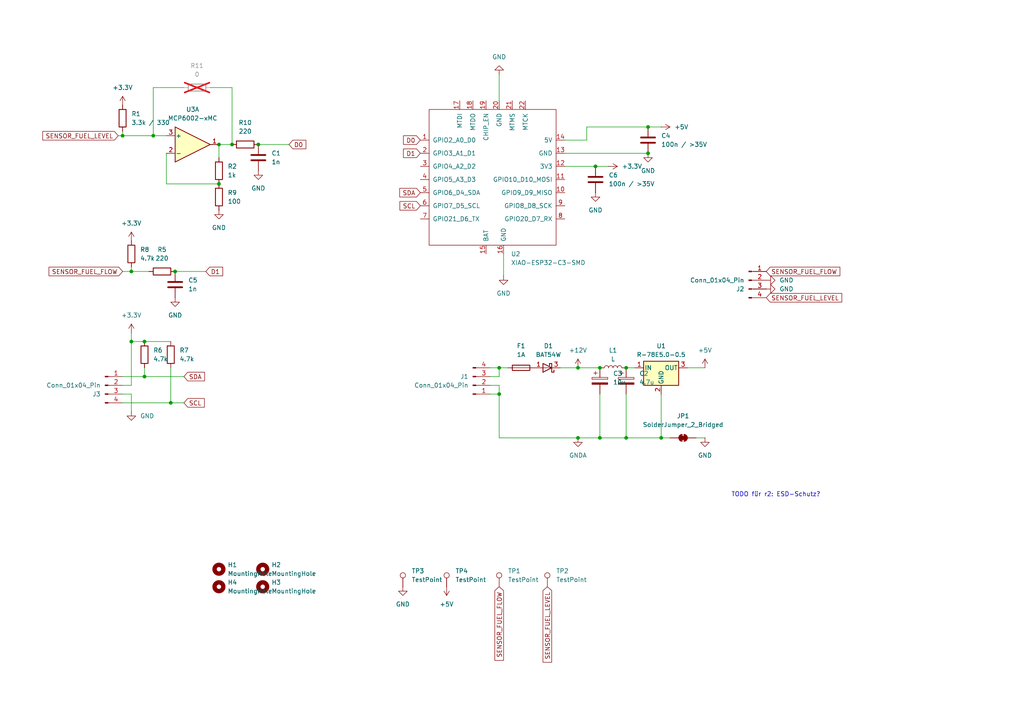
<source format=kicad_sch>
(kicad_sch (version 20250114) (generator "eeschema") (generator_version "9.0")
  (paper "A4")
  (lib_symbols
    (symbol "Amplifier_Operational:MCP6002-xMC" (pin_names (offset 0.127))
      (property "Reference" "U" (at 0 5.08 0))
      (property "Value" "MCP6002-xMC" (at 0 -5.08 0))
      (symbol "MCP6002-xMC_1_1"
        (polyline (pts (xy -5.08 5.08) (xy 5.08 0) (xy -5.08 -5.08) (xy -5.08 5.08)) (stroke (width 0.254)) (fill (type background)))
        (pin input line (at -7.62 2.54 0) (length 2.54) (name "+") (number "3"))
        (pin input line (at -7.62 -2.54 0) (length 2.54) (name "-") (number "2"))
        (pin output line (at 7.62 0 180) (length 2.54) (name "~") (number "1"))
      )
      (symbol "MCP6002-xMC_2_1"
        (polyline (pts (xy -5.08 5.08) (xy 5.08 0) (xy -5.08 -5.08) (xy -5.08 5.08)) (stroke (width 0.254)) (fill (type background)))
        (pin input line (at -7.62 2.54 0) (length 2.54) (name "+") (number "5"))
        (pin input line (at -7.62 -2.54 0) (length 2.54) (name "-") (number "6"))
        (pin output line (at 7.62 0 180) (length 2.54) (name "~") (number "7"))
      )
      (symbol "MCP6002-xMC_3_1"
        (pin power_in line (at -2.54 7.62 270) (length 3.81) (name "V+") (number "8"))
        (pin power_in line (at -2.54 -7.62 90) (length 3.81) (name "V-") (number "4"))
        (pin passive line (at -2.54 -7.62 90) (length 3.81) (hide yes) (name "V-") (number "9"))
      )
    )
    (symbol "Connector:Conn_01x04_Pin" (pin_names (offset 1.016) (hide yes))
      (property "Reference" "J" (at 0 5.08 0))
      (property "Value" "Conn_01x04_Pin" (at 0 -7.62 0))
      (symbol "Conn_01x04_Pin_1_1"
        (rectangle (start 0.8636 2.667) (end 0 2.413) (stroke (width 0.1524)) (fill (type outline)))
        (rectangle (start 0.8636 0.127) (end 0 -0.127) (stroke (width 0.1524)) (fill (type outline)))
        (rectangle (start 0.8636 -2.413) (end 0 -2.667) (stroke (width 0.1524)) (fill (type outline)))
        (rectangle (start 0.8636 -4.953) (end 0 -5.207) (stroke (width 0.1524)) (fill (type outline)))
        (polyline (pts (xy 1.27 2.54) (xy 0.8636 2.54)) (stroke (width 0.1524)))
        (polyline (pts (xy 1.27 0) (xy 0.8636 0)) (stroke (width 0.1524)))
        (polyline (pts (xy 1.27 -2.54) (xy 0.8636 -2.54)) (stroke (width 0.1524)))
        (polyline (pts (xy 1.27 -5.08) (xy 0.8636 -5.08)) (stroke (width 0.1524)))
        (pin passive line (at 5.08 2.54 180) (length 3.81) (name "Pin_1") (number "1"))
        (pin passive line (at 5.08 0 180) (length 3.81) (name "Pin_2") (number "2"))
        (pin passive line (at 5.08 -2.54 180) (length 3.81) (name "Pin_3") (number "3"))
        (pin passive line (at 5.08 -5.08 180) (length 3.81) (name "Pin_4") (number "4"))
      )
    )
    (symbol "Connector:TestPoint" (pin_numbers (hide yes)) (pin_names (offset 0.762) (hide yes))
      (property "Reference" "TP" (at 0 6.858 0))
      (property "Value" "TestPoint" (at 0 5.08 0))
      (symbol "TestPoint_0_1"
        (circle (center 0 3.302) (radius 0.762))
      )
      (symbol "TestPoint_1_1"
        (pin passive line (at 0 0 90) (length 2.54) (name "1") (number "1"))
      )
    )
    (symbol "Device:C" (pin_numbers (hide yes)) (pin_names (offset 0.254))
      (property "Reference" "C" (at 0.635 2.54 0))
      (property "Value" "C" (at 0.635 -2.54 0))
      (symbol "C_0_1"
        (polyline (pts (xy -2.032 0.762) (xy 2.032 0.762)) (stroke (width 0.508)))
        (polyline (pts (xy -2.032 -0.762) (xy 2.032 -0.762)) (stroke (width 0.508)))
      )
      (symbol "C_1_1"
        (pin passive line (at 0 3.81 270) (length 2.794) (name "~") (number "1"))
        (pin passive line (at 0 -3.81 90) (length 2.794) (name "~") (number "2"))
      )
    )
    (symbol "Device:C_Polarized" (pin_numbers (hide yes)) (pin_names (offset 0.254))
      (property "Reference" "C" (at 0.635 2.54 0))
      (property "Value" "C_Polarized" (at 0.635 -2.54 0))
      (symbol "C_Polarized_0_1"
        (rectangle (start -2.286 0.508) (end 2.286 1.016))
        (polyline (pts (xy -1.778 2.286) (xy -0.762 2.286)))
        (polyline (pts (xy -1.27 2.794) (xy -1.27 1.778)))
        (rectangle (start 2.286 -0.508) (end -2.286 -1.016) (fill (type outline)))
      )
      (symbol "C_Polarized_1_1"
        (pin passive line (at 0 3.81 270) (length 2.794) (name "~") (number "1"))
        (pin passive line (at 0 -3.81 90) (length 2.794) (name "~") (number "2"))
      )
    )
    (symbol "Device:Fuse" (pin_numbers (hide yes)) (pin_names (offset 0))
      (property "Reference" "F" (at 2.032 0 90))
      (property "Value" "Fuse" (at -1.905 0 90))
      (symbol "Fuse_0_1"
        (rectangle (start -0.762 -2.54) (end 0.762 2.54) (stroke (width 0.254)))
        (polyline (pts (xy 0 2.54) (xy 0 -2.54)))
      )
      (symbol "Fuse_1_1"
        (pin passive line (at 0 3.81 270) (length 1.27) (name "~") (number "1"))
        (pin passive line (at 0 -3.81 90) (length 1.27) (name "~") (number "2"))
      )
    )
    (symbol "Device:L" (pin_numbers (hide yes)) (pin_names (offset 1.016) (hide yes))
      (property "Reference" "L" (at -1.27 0 90))
      (property "Value" "L" (at 1.905 0 90))
      (symbol "L_0_1"
        (arc (start 0 2.54) (mid 0.6323 1.905) (end 0 1.27))
        (arc (start 0 1.27) (mid 0.6323 0.635) (end 0 0))
        (arc (start 0 0) (mid 0.6323 -0.635) (end 0 -1.27))
        (arc (start 0 -1.27) (mid 0.6323 -1.905) (end 0 -2.54))
      )
      (symbol "L_1_1"
        (pin passive line (at 0 3.81 270) (length 1.27) (name "1") (number "1"))
        (pin passive line (at 0 -3.81 90) (length 1.27) (name "2") (number "2"))
      )
    )
    (symbol "Device:R" (pin_numbers (hide yes)) (pin_names (offset 0))
      (property "Reference" "R" (at 2.032 0 90))
      (property "Value" "R" (at 0 0 90))
      (symbol "R_0_1"
        (rectangle (start -1.016 -2.54) (end 1.016 2.54) (stroke (width 0.254)))
      )
      (symbol "R_1_1"
        (pin passive line (at 0 3.81 270) (length 1.27) (name "~") (number "1"))
        (pin passive line (at 0 -3.81 90) (length 1.27) (name "~") (number "2"))
      )
    )
    (symbol "Diode:BAT54W" (pin_names (offset 1.016) (hide yes))
      (property "Reference" "D" (at 0 2.54 0))
      (property "Value" "BAT54W" (at 0 -2.54 0))
      (symbol "BAT54W_0_1"
        (polyline (pts (xy -1.905 0.635) (xy -1.905 1.27) (xy -1.27 1.27) (xy -1.27 -1.27) (xy -0.635 -1.27) (xy -0.635 -0.635)) (stroke (width 0.254)))
        (polyline (pts (xy 1.27 1.27) (xy 1.27 -1.27) (xy -1.27 0) (xy 1.27 1.27)) (stroke (width 0.254)))
        (polyline (pts (xy 1.27 0) (xy -1.27 0)))
      )
      (symbol "BAT54W_1_1"
        (pin passive line (at -3.81 0 0) (length 2.54) (name "K") (number "3"))
        (pin no_connect line (at 0 0 90) (length 2.54) (hide yes) (name "NC") (number "2"))
        (pin passive line (at 3.81 0 180) (length 2.54) (name "A") (number "1"))
      )
    )
    (symbol "Jumper:SolderJumper_2_Bridged" (pin_numbers (hide yes)) (pin_names (offset 0) (hide yes)) (in_bom no)
      (property "Reference" "JP" (at 0 2.032 0))
      (property "Value" "SolderJumper_2_Bridged" (at 0 -2.54 0))
      (symbol "SolderJumper_2_Bridged_0_1"
        (rectangle (start -0.508 0.508) (end 0.508 -0.508) (fill (type outline)))
        (polyline (pts (xy -0.254 1.016) (xy -0.254 -1.016)))
        (arc (start -0.254 -1.016) (mid -1.2656 0) (end -0.254 1.016))
        (arc (start -0.254 -1.016) (mid -1.2656 0) (end -0.254 1.016) (fill (type outline)))
        (arc (start 0.254 1.016) (mid 1.2656 0) (end 0.254 -1.016))
        (arc (start 0.254 1.016) (mid 1.2656 0) (end 0.254 -1.016) (fill (type outline)))
        (polyline (pts (xy 0.254 1.016) (xy 0.254 -1.016)))
      )
      (symbol "SolderJumper_2_Bridged_1_1"
        (pin passive line (at -3.81 0 0) (length 2.54) (name "A") (number "1"))
        (pin passive line (at 3.81 0 180) (length 2.54) (name "B") (number "2"))
      )
    )
    (symbol "Mechanical:MountingHole" (pin_names (offset 1.016)) (in_bom no)
      (property "Reference" "H" (at 0 5.08 0))
      (property "Value" "MountingHole" (at 0 3.175 0))
      (symbol "MountingHole_0_1"
        (circle (center 0 0) (radius 1.27) (stroke (width 1.27)))
      )
    )
    (symbol "Regulator_Switching:R-78E5.0-0.5" (pin_names (offset 0.254))
      (property "Reference" "U" (at -3.81 3.175 0))
      (property "Value" "R-78E5.0-0.5" (at 0 3.175 0))
      (symbol "R-78E5.0-0.5_0_1"
        (rectangle (start -5.08 1.905) (end 5.08 -5.08) (stroke (width 0.254)) (fill (type background)))
      )
      (symbol "R-78E5.0-0.5_1_1"
        (pin power_in line (at -7.62 0 0) (length 2.54) (name "IN") (number "1"))
        (pin power_in line (at 0 -7.62 90) (length 2.54) (name "GND") (number "2"))
        (pin power_out line (at 7.62 0 180) (length 2.54) (name "OUT") (number "3"))
      )
    )
    (symbol "Seeed_Studio_XIAO_Series:XIAO-ESP32-C3-SMD" (pin_names (offset 1.016))
      (property "Reference" "U" (at -18.542 23.114 0))
      (property "Value" "XIAO-ESP32-C3-SMD" (at -8.382 21.336 0))
      (symbol "XIAO-ESP32-C3-SMD_0_1"
        (rectangle (start -19.05 20.32) (end 17.78 -19.05))
      )
      (symbol "XIAO-ESP32-C3-SMD_1_1"
        (pin passive line (at -21.59 11.43 0) (length 2.54) (name "GPIO2_A0_D0") (number "1"))
        (pin passive line (at -21.59 7.62 0) (length 2.54) (name "GPIO3_A1_D1") (number "2"))
        (pin passive line (at -21.59 3.81 0) (length 2.54) (name "GPIO4_A2_D2") (number "3"))
        (pin passive line (at -21.59 0 0) (length 2.54) (name "GPIO5_A3_D3") (number "4"))
        (pin passive line (at -21.59 -3.81 0) (length 2.54) (name "GPIO6_D4_SDA") (number "5"))
        (pin passive line (at -21.59 -7.62 0) (length 2.54) (name "GPIO7_D5_SCL") (number "6"))
        (pin passive line (at -21.59 -11.43 0) (length 2.54) (name "GPIO21_D6_TX") (number "7"))
        (pin passive line (at -10.16 22.86 270) (length 2.54) (name "MTDI") (number "17"))
        (pin passive line (at -6.35 22.86 270) (length 2.54) (name "MTDO") (number "18"))
        (pin passive line (at -2.54 22.86 270) (length 2.54) (name "CHIP_EN") (number "19"))
        (pin passive line (at -2.54 -21.59 90) (length 2.54) (name "BAT") (number "15"))
        (pin passive line (at 1.27 22.86 270) (length 2.54) (name "GND") (number "20"))
        (pin passive line (at 2.54 -21.59 90) (length 2.54) (name "GND") (number "16"))
        (pin passive line (at 5.08 22.86 270) (length 2.54) (name "MTMS") (number "21"))
        (pin passive line (at 8.89 22.86 270) (length 2.54) (name "MTCK") (number "22"))
        (pin passive line (at 20.32 11.43 180) (length 2.54) (name "5V") (number "14"))
        (pin passive line (at 20.32 7.62 180) (length 2.54) (name "GND") (number "13"))
        (pin passive line (at 20.32 3.81 180) (length 2.54) (name "3V3") (number "12"))
        (pin passive line (at 20.32 0 180) (length 2.54) (name "GPIO10_D10_MOSI") (number "11"))
        (pin passive line (at 20.32 -3.81 180) (length 2.54) (name "GPIO9_D9_MISO") (number "10"))
        (pin passive line (at 20.32 -7.62 180) (length 2.54) (name "GPIO8_D8_SCK") (number "9"))
        (pin passive line (at 20.32 -11.43 180) (length 2.54) (name "GPIO20_D7_RX") (number "8"))
      )
    )
    (symbol "power:+12V" (power) (pin_numbers (hide yes)) (pin_names (offset 0) (hide yes))
      (property "Value" "+12V" (at 0 3.556 0))
      (symbol "+12V_0_1"
        (polyline (pts (xy -0.762 1.27) (xy 0 2.54)))
        (polyline (pts (xy 0 2.54) (xy 0.762 1.27)))
        (polyline (pts (xy 0 0) (xy 0 2.54)))
      )
      (symbol "+12V_1_1"
        (pin power_in line (at 0 0 90) (length 0) (name "~") (number "1"))
      )
    )
    (symbol "power:+3.3V" (power) (pin_numbers (hide yes)) (pin_names (offset 0) (hide yes))
      (property "Value" "+3.3V" (at 0 3.556 0))
      (symbol "+3.3V_0_1"
        (polyline (pts (xy -0.762 1.27) (xy 0 2.54)))
        (polyline (pts (xy 0 2.54) (xy 0.762 1.27)))
        (polyline (pts (xy 0 0) (xy 0 2.54)))
      )
      (symbol "+3.3V_1_1"
        (pin power_in line (at 0 0 90) (length 0) (name "~") (number "1"))
      )
    )
    (symbol "power:+5V" (power) (pin_numbers (hide yes)) (pin_names (offset 0) (hide yes))
      (property "Value" "+5V" (at 0 3.556 0))
      (symbol "+5V_0_1"
        (polyline (pts (xy -0.762 1.27) (xy 0 2.54)))
        (polyline (pts (xy 0 2.54) (xy 0.762 1.27)))
        (polyline (pts (xy 0 0) (xy 0 2.54)))
      )
      (symbol "+5V_1_1"
        (pin power_in line (at 0 0 90) (length 0) (name "~") (number "1"))
      )
    )
    (symbol "power:GND" (power) (pin_numbers (hide yes)) (pin_names (offset 0) (hide yes))
      (property "Value" "GND" (at 0 -3.81 0))
      (symbol "GND_0_1"
        (polyline (pts (xy 0 0) (xy 0 -1.27) (xy 1.27 -1.27) (xy 0 -2.54) (xy -1.27 -1.27) (xy 0 -1.27)))
      )
      (symbol "GND_1_1"
        (pin power_in line (at 0 0 270) (length 0) (name "~") (number "1"))
      )
    )
    (symbol "power:GNDA" (power) (pin_numbers (hide yes)) (pin_names (offset 0) (hide yes))
      (property "Value" "GNDA" (at 0 -3.81 0))
      (symbol "GNDA_0_1"
        (polyline (pts (xy 0 0) (xy 0 -1.27) (xy 1.27 -1.27) (xy 0 -2.54) (xy -1.27 -1.27) (xy 0 -1.27)))
      )
      (symbol "GNDA_1_1"
        (pin power_in line (at 0 0 270) (length 0) (name "~") (number "1"))
      )
    )
  )
  (text "TODO für r2: ESD-Schutz?" (at 225.044 143.51 0) (effects (font (size 1.27 1.27))))
  (junction (at 49.53 116.84))
  (junction (at 167.64 127))
  (junction (at 187.96 44.45))
  (junction (at 181.61 106.68))
  (junction (at 167.64 106.68))
  (junction (at 50.8 78.74))
  (junction (at 181.61 127))
  (junction (at 35.56 39.37))
  (junction (at 63.5 41.91))
  (junction (at 63.5 53.34))
  (junction (at 44.45 39.37))
  (junction (at 173.99 127))
  (junction (at 67.31 41.91))
  (junction (at 172.72 48.26))
  (junction (at 173.99 106.68))
  (junction (at 41.91 109.22))
  (junction (at 144.78 114.3))
  (junction (at 41.91 99.06))
  (junction (at 144.78 106.68))
  (junction (at 191.77 127))
  (junction (at 38.1 78.74))
  (junction (at 74.93 41.91))
  (junction (at 187.96 36.83))
  (junction (at 38.1 99.06))
  (wire (pts (xy 173.99 114.3) (xy 173.99 127)))
  (wire (pts (xy 163.83 44.45) (xy 187.96 44.45)))
  (wire (pts (xy 41.91 106.68) (xy 41.91 109.22)))
  (wire (pts (xy 176.53 48.26) (xy 172.72 48.26)))
  (wire (pts (xy 49.53 106.68) (xy 49.53 116.84)))
  (wire (pts (xy 35.56 78.74) (xy 38.1 78.74)))
  (wire (pts (xy 44.45 39.37) (xy 44.45 25.4)))
  (wire (pts (xy 41.91 99.06) (xy 49.53 99.06)))
  (wire (pts (xy 172.72 48.26) (xy 163.83 48.26)))
  (wire (pts (xy 48.26 44.45) (xy 48.26 53.34)))
  (wire (pts (xy 170.18 40.64) (xy 163.83 40.64)))
  (wire (pts (xy 167.64 127) (xy 173.99 127)))
  (wire (pts (xy 49.53 116.84) (xy 53.34 116.84)))
  (wire (pts (xy 35.56 38.1) (xy 35.56 39.37)))
  (wire (pts (xy 67.31 25.4) (xy 67.31 41.91)))
  (wire (pts (xy 38.1 77.47) (xy 38.1 78.74)))
  (wire (pts (xy 38.1 78.74) (xy 43.18 78.74)))
  (wire (pts (xy 142.24 109.22) (xy 144.78 109.22)))
  (wire (pts (xy 170.18 36.83) (xy 170.18 40.64)))
  (wire (pts (xy 35.56 111.76) (xy 38.1 111.76)))
  (wire (pts (xy 38.1 96.52) (xy 38.1 99.06)))
  (wire (pts (xy 35.56 109.22) (xy 41.91 109.22)))
  (wire (pts (xy 144.78 21.59) (xy 144.78 29.21)))
  (wire (pts (xy 144.78 127) (xy 167.64 127)))
  (wire (pts (xy 38.1 99.06) (xy 38.1 111.76)))
  (wire (pts (xy 191.77 127) (xy 194.31 127)))
  (wire (pts (xy 181.61 114.3) (xy 181.61 127)))
  (wire (pts (xy 142.24 106.68) (xy 144.78 106.68)))
  (wire (pts (xy 187.96 36.83) (xy 191.77 36.83)))
  (wire (pts (xy 167.64 106.68) (xy 173.99 106.68)))
  (wire (pts (xy 44.45 25.4) (xy 53.34 25.4)))
  (wire (pts (xy 35.56 116.84) (xy 49.53 116.84)))
  (wire (pts (xy 181.61 127) (xy 191.77 127)))
  (wire (pts (xy 63.5 41.91) (xy 63.5 45.72)))
  (wire (pts (xy 142.24 114.3) (xy 144.78 114.3)))
  (wire (pts (xy 173.99 127) (xy 181.61 127)))
  (wire (pts (xy 44.45 39.37) (xy 48.26 39.37)))
  (wire (pts (xy 162.56 106.68) (xy 167.64 106.68)))
  (wire (pts (xy 63.5 41.91) (xy 67.31 41.91)))
  (wire (pts (xy 41.91 109.22) (xy 53.34 109.22)))
  (wire (pts (xy 34.29 39.37) (xy 35.56 39.37)))
  (wire (pts (xy 48.26 53.34) (xy 63.5 53.34)))
  (wire (pts (xy 50.8 78.74) (xy 59.69 78.74)))
  (wire (pts (xy 144.78 109.22) (xy 144.78 106.68)))
  (wire (pts (xy 144.78 106.68) (xy 147.32 106.68)))
  (wire (pts (xy 146.05 73.66) (xy 146.05 80.01)))
  (wire (pts (xy 170.18 36.83) (xy 187.96 36.83)))
  (wire (pts (xy 144.78 127) (xy 144.78 114.3)))
  (wire (pts (xy 74.93 41.91) (xy 83.82 41.91)))
  (wire (pts (xy 181.61 106.68) (xy 184.15 106.68)))
  (wire (pts (xy 191.77 114.3) (xy 191.77 127)))
  (wire (pts (xy 199.39 106.68) (xy 204.47 106.68)))
  (wire (pts (xy 35.56 39.37) (xy 44.45 39.37)))
  (wire (pts (xy 144.78 111.76) (xy 144.78 114.3)))
  (wire (pts (xy 60.96 25.4) (xy 67.31 25.4)))
  (wire (pts (xy 38.1 114.3) (xy 35.56 114.3)))
  (wire (pts (xy 38.1 119.38) (xy 38.1 114.3)))
  (wire (pts (xy 204.47 127) (xy 201.93 127)))
  (wire (pts (xy 38.1 99.06) (xy 41.91 99.06)))
  (wire (pts (xy 142.24 111.76) (xy 144.78 111.76)))
  (global_label "SDA" (shape input) (at 121.92 55.88 180) (property "Intersheetrefs" "${INTERSHEET_REFS}" (effects (hide yes))))
  (global_label "D1" (shape input) (at 121.92 44.45 180) (property "Intersheetrefs" "${INTERSHEET_REFS}" (effects (hide yes))))
  (global_label "D0" (shape input) (at 121.92 40.64 180) (property "Intersheetrefs" "${INTERSHEET_REFS}" (effects (hide yes))))
  (global_label "D0" (shape input) (at 83.82 41.91 0) (property "Intersheetrefs" "${INTERSHEET_REFS}" (effects (hide yes))))
  (global_label "SENSOR_FUEL_LEVEL" (shape input) (at 34.29 39.37 180) (property "Intersheetrefs" "${INTERSHEET_REFS}" (effects (hide yes))))
  (global_label "D1" (shape input) (at 59.69 78.74 0) (property "Intersheetrefs" "${INTERSHEET_REFS}" (effects (hide yes))))
  (global_label "SENSOR_FUEL_LEVEL" (shape input) (at 222.25 86.36 0) (property "Intersheetrefs" "${INTERSHEET_REFS}" (effects (hide yes))))
  (global_label "SENSOR_FUEL_LEVEL" (shape input) (at 158.75 170.18 270) (property "Intersheetrefs" "${INTERSHEET_REFS}" (effects (hide yes))))
  (global_label "SCL" (shape input) (at 53.34 116.84 0) (property "Intersheetrefs" "${INTERSHEET_REFS}" (effects (hide yes))))
  (global_label "SCL" (shape input) (at 121.92 59.69 180) (property "Intersheetrefs" "${INTERSHEET_REFS}" (effects (hide yes))))
  (global_label "SENSOR_FUEL_FLOW" (shape input) (at 35.56 78.74 180) (property "Intersheetrefs" "${INTERSHEET_REFS}" (effects (hide yes))))
  (global_label "SENSOR_FUEL_FLOW" (shape input) (at 222.25 78.74 0) (property "Intersheetrefs" "${INTERSHEET_REFS}" (effects (hide yes))))
  (global_label "SENSOR_FUEL_FLOW" (shape input) (at 144.78 170.18 270) (property "Intersheetrefs" "${INTERSHEET_REFS}" (effects (hide yes))))
  (global_label "SDA" (shape input) (at 53.34 109.22 0) (property "Intersheetrefs" "${INTERSHEET_REFS}" (effects (hide yes))))
  (symbol (lib_id "Device:R") (at 63.5 49.53 0) (unit 1)
    (property "Reference" "R2" (at 66.04 48.2599 0) (effects (justify left)))
    (property "Value" "1k" (at 66.04 50.7999 0) (effects (justify left)))
    (property "Footprint" "Resistor_SMD:R_0805_2012Metric_Pad1.20x1.40mm_HandSolder" (effects (hide yes)))
    (property "Description" "Resistor" (effects (hide yes)))
  )
  (symbol (lib_id "power:GND") (at 187.96 44.45 0) (unit 1)
    (property "Reference" "#PWR05" (effects (hide yes)))
    (property "Value" "GND" (at 187.96 49.53 0))
    (property "Description" "Power symbol creates a global label with name \"GND\" , ground" (effects (hide yes)))
  )
  (symbol (lib_id "power:+3.3V") (at 38.1 69.85 0) (unit 1)
    (property "Reference" "#PWR024" (effects (hide yes)))
    (property "Value" "+3.3V" (at 38.1 64.77 0))
    (property "Description" "Power symbol creates a global label with name \"+3.3V\"" (effects (hide yes)))
  )
  (symbol (lib_id "Device:C") (at 74.93 45.72 0) (unit 1)
    (property "Reference" "C1" (at 78.74 44.4499 0) (effects (justify left)))
    (property "Value" "1n" (at 78.74 46.9899 0) (effects (justify left)))
    (property "Footprint" "Capacitor_SMD:C_0805_2012Metric_Pad1.18x1.45mm_HandSolder" (effects (hide yes)))
    (property "Description" "Unpolarized capacitor" (effects (hide yes)))
  )
  (symbol (lib_id "power:GND") (at 144.78 21.59 180) (unit 1)
    (property "Reference" "#PWR03" (effects (hide yes)))
    (property "Value" "GND" (at 144.78 16.51 0))
    (property "Description" "Power symbol creates a global label with name \"GND\" , ground" (effects (hide yes)))
  )
  (symbol (lib_id "power:GND") (at 222.25 83.82 90) (unit 1)
    (property "Reference" "#PWR06" (effects (hide yes)))
    (property "Value" "GND" (at 226.06 83.8199 90) (effects (justify right)))
    (property "Description" "Power symbol creates a global label with name \"GND\" , ground" (effects (hide yes)))
  )
  (symbol (lib_id "Jumper:SolderJumper_2_Bridged") (at 198.12 127 0) (unit 1) (in_bom no)
    (property "Reference" "JP1" (at 198.12 120.65 0))
    (property "Value" "SolderJumper_2_Bridged" (at 198.12 123.19 0))
    (property "Footprint" "Jumper:SolderJumper-2_P1.3mm_Bridged2Bar_Pad1.0x1.5mm" (effects (hide yes)))
    (property "Description" "Solder Jumper, 2-pole, closed/bridged" (effects (hide yes)))
  )
  (symbol (lib_id "Connector:TestPoint") (at 116.84 170.18 0) (unit 1)
    (property "Reference" "TP3" (at 119.38 165.6079 0) (effects (justify left)))
    (property "Value" "TestPoint" (at 119.38 168.1479 0) (effects (justify left)))
    (property "Footprint" "TestPoint:TestPoint_Pad_D1.0mm" (effects (hide yes)))
    (property "Description" "test point" (effects (hide yes)))
  )
  (symbol (lib_id "Device:C_Polarized") (at 181.61 110.49 0) (unit 1)
    (property "Reference" "C2" (at 185.42 108.3309 0) (effects (justify left)))
    (property "Value" "4.7u" (at 185.42 110.8709 0) (effects (justify left)))
    (property "Footprint" "Capacitor_THT:CP_Radial_D5.0mm_P2.00mm" (effects (hide yes)))
    (property "Description" "Polarized capacitor" (effects (hide yes)))
  )
  (symbol (lib_id "power:+5V") (at 191.77 36.83 270) (unit 1)
    (property "Reference" "#PWR01" (effects (hide yes)))
    (property "Value" "+5V" (at 195.58 36.8299 90) (effects (justify left)))
    (property "Description" "Power symbol creates a global label with name \"+5V\"" (effects (hide yes)))
  )
  (symbol (lib_id "power:GND") (at 50.8 86.36 0) (unit 1)
    (property "Reference" "#PWR09" (effects (hide yes)))
    (property "Value" "GND" (at 50.8 91.44 0))
    (property "Description" "Power symbol creates a global label with name \"GND\" , ground" (effects (hide yes)))
  )
  (symbol (lib_id "Device:C_Polarized") (at 173.99 110.49 0) (unit 1)
    (property "Reference" "C3" (at 177.8 108.3309 0) (effects (justify left)))
    (property "Value" "10u" (at 177.8 110.8709 0) (effects (justify left)))
    (property "Footprint" "Capacitor_THT:CP_Radial_D5.0mm_P2.00mm" (effects (hide yes)))
    (property "Description" "Polarized capacitor" (effects (hide yes)))
  )
  (symbol (lib_id "Mechanical:MountingHole") (at 63.5 170.18 0) (unit 1) (in_bom no)
    (property "Reference" "H4" (at 66.04 168.9099 0) (effects (justify left)))
    (property "Value" "MountingHole" (at 66.04 171.4499 0) (effects (justify left)))
    (property "Footprint" "MountingHole:MountingHole_2.2mm_M2" (effects (hide yes)))
    (property "Description" "Mounting Hole without connection" (effects (hide yes)))
  )
  (symbol (lib_id "Connector:TestPoint") (at 129.54 170.18 0) (unit 1)
    (property "Reference" "TP4" (at 132.08 165.6079 0) (effects (justify left)))
    (property "Value" "TestPoint" (at 132.08 168.1479 0) (effects (justify left)))
    (property "Footprint" "TestPoint:TestPoint_Pad_D1.0mm" (effects (hide yes)))
    (property "Description" "test point" (effects (hide yes)))
  )
  (symbol (lib_id "Connector:Conn_01x04_Pin") (at 217.17 81.28 0) (unit 1)
    (property "Reference" "J2" (at 215.9 83.8201 0) (effects (justify right)))
    (property "Value" "Conn_01x04_Pin" (at 215.9 81.2801 0) (effects (justify right)))
    (property "Footprint" "Connector_JST:JST_GH_BM04B-GHS-TBT_1x04-1MP_P1.25mm_Vertical" (effects (hide yes)))
    (property "Description" "Generic connector, single row, 01x04, script generated" (effects (hide yes)))
  )
  (symbol (lib_id "power:+12V") (at 167.64 106.68 0) (unit 1)
    (property "Reference" "#PWR017" (effects (hide yes)))
    (property "Value" "+12V" (at 167.64 101.6 0))
    (property "Description" "Power symbol creates a global label with name \"+12V\"" (effects (hide yes)))
  )
  (symbol (lib_id "Device:L") (at 177.8 106.68 90) (unit 1)
    (property "Reference" "L1" (at 177.8 101.6 90))
    (property "Value" "L" (at 177.8 104.14 90))
    (property "Footprint" "asdf:RECOM RLS-126" (effects (hide yes)))
    (property "Description" "Inductor" (effects (hide yes)))
  )
  (symbol (lib_id "Device:R") (at 41.91 102.87 0) (unit 1)
    (property "Reference" "R6" (at 44.45 101.5999 0) (effects (justify left)))
    (property "Value" "4.7k" (at 44.45 104.1399 0) (effects (justify left)))
    (property "Footprint" "Resistor_SMD:R_0805_2012Metric_Pad1.20x1.40mm_HandSolder" (effects (hide yes)))
    (property "Description" "Resistor" (effects (hide yes)))
  )
  (symbol (lib_id "power:+3.3V") (at 35.56 30.48 0) (unit 1)
    (property "Reference" "#PWR07" (effects (hide yes)))
    (property "Value" "+3.3V" (at 35.56 25.4 0))
    (property "Description" "Power symbol creates a global label with name \"+3.3V\"" (effects (hide yes)))
  )
  (symbol (lib_id "power:GND") (at 222.25 81.28 90) (unit 1)
    (property "Reference" "#PWR02" (effects (hide yes)))
    (property "Value" "GND" (at 226.06 81.2799 90) (effects (justify right)))
    (property "Description" "Power symbol creates a global label with name \"GND\" , ground" (effects (hide yes)))
  )
  (symbol (lib_id "power:GND") (at 172.72 55.88 0) (unit 1)
    (property "Reference" "#PWR022" (effects (hide yes)))
    (property "Value" "GND" (at 172.72 60.96 0))
    (property "Description" "Power symbol creates a global label with name \"GND\" , ground" (effects (hide yes)))
  )
  (symbol (lib_id "power:+3.3V") (at 176.53 48.26 270) (unit 1)
    (property "Reference" "#PWR019" (effects (hide yes)))
    (property "Value" "+3.3V" (at 180.34 48.2599 90) (effects (justify left)))
    (property "Description" "Power symbol creates a global label with name \"+3.3V\"" (effects (hide yes)))
  )
  (symbol (lib_id "Connector:TestPoint") (at 158.75 170.18 0) (unit 1)
    (property "Reference" "TP2" (at 161.29 165.6079 0) (effects (justify left)))
    (property "Value" "TestPoint" (at 161.29 168.1479 0) (effects (justify left)))
    (property "Footprint" "TestPoint:TestPoint_Pad_D1.0mm" (effects (hide yes)))
    (property "Description" "test point" (effects (hide yes)))
  )
  (symbol (lib_id "Seeed_Studio_XIAO_Series:XIAO-ESP32-C3-SMD") (at 143.51 52.07 0) (unit 1)
    (property "Reference" "U2" (at 148.1933 73.66 0) (effects (justify left)))
    (property "Value" "XIAO-ESP32-C3-SMD" (at 148.1933 76.2 0) (effects (justify left)))
    (property "Footprint" "Seeed Studio XIAO Series Library:XIAO-ESP32C3-SMD" (effects (hide yes)))
  )
  (symbol (lib_id "Device:R") (at 63.5 57.15 180) (unit 1)
    (property "Reference" "R9" (at 66.04 55.8799 0) (effects (justify right)))
    (property "Value" "100" (at 66.04 58.4199 0) (effects (justify right)))
    (property "Footprint" "Resistor_SMD:R_0805_2012Metric_Pad1.20x1.40mm_HandSolder" (effects (hide yes)))
    (property "Description" "Resistor" (effects (hide yes)))
  )
  (symbol (lib_id "Device:R") (at 57.15 25.4 90) (unit 1) (dnp yes)
    (property "Reference" "R11" (at 57.15 19.05 90))
    (property "Value" "0" (at 57.15 21.59 90))
    (property "Footprint" "Resistor_SMD:R_0805_2012Metric_Pad1.20x1.40mm_HandSolder" (effects (hide yes)))
    (property "Description" "Resistor" (effects (hide yes)))
  )
  (symbol (lib_id "Regulator_Switching:R-78E5.0-0.5") (at 191.77 106.68 0) (unit 1)
    (property "Reference" "U1" (at 191.77 100.33 0))
    (property "Value" "R-78E5.0-0.5" (at 191.77 102.87 0))
    (property "Footprint" "Converter_DCDC:Converter_DCDC_RECOM_R-78E-0.5_THT" (effects (hide yes)))
    (property "Datasheet" "https://www.recom-power.com/pdf/Innoline/R-78Exx-0.5.pdf" (effects (hide yes)))
    (property "Description" "500mA Step-Down DC/DC-Regulator, 7-28V input, 5V fixed Output Voltage, LM78xx replacement, -40°C to +85°C, SIP3" (effects (hide yes)))
  )
  (symbol (lib_id "power:GND") (at 204.47 127 0) (unit 1)
    (property "Reference" "#PWR010" (effects (hide yes)))
    (property "Value" "GND" (at 204.47 132.08 0))
    (property "Description" "Power symbol creates a global label with name \"GND\" , ground" (effects (hide yes)))
  )
  (symbol (lib_id "Device:R") (at 46.99 78.74 90) (unit 1)
    (property "Reference" "R5" (at 46.99 72.39 90))
    (property "Value" "220" (at 46.99 74.93 90))
    (property "Footprint" "Resistor_SMD:R_0805_2012Metric_Pad1.20x1.40mm_HandSolder" (effects (hide yes)))
    (property "Description" "Resistor" (effects (hide yes)))
  )
  (symbol (lib_id "power:+5V") (at 204.47 106.68 0) (unit 1)
    (property "Reference" "#PWR011" (effects (hide yes)))
    (property "Value" "+5V" (at 204.47 101.6 0))
    (property "Description" "Power symbol creates a global label with name \"+5V\"" (effects (hide yes)))
  )
  (symbol (lib_id "Connector:Conn_01x04_Pin") (at 30.48 111.76 0) (unit 1)
    (property "Reference" "J3" (at 29.21 114.3001 0) (effects (justify right)))
    (property "Value" "Conn_01x04_Pin" (at 29.21 111.7601 0) (effects (justify right)))
    (property "Footprint" "Connector_JST:JST_GH_BM04B-GHS-TBT_1x04-1MP_P1.25mm_Vertical" (effects (hide yes)))
    (property "Description" "Generic connector, single row, 01x04, script generated" (effects (hide yes)))
  )
  (symbol (lib_id "Device:C") (at 50.8 82.55 0) (unit 1)
    (property "Reference" "C5" (at 54.61 81.2799 0) (effects (justify left)))
    (property "Value" "1n" (at 54.61 83.8199 0) (effects (justify left)))
    (property "Footprint" "Capacitor_SMD:C_0805_2012Metric_Pad1.18x1.45mm_HandSolder" (effects (hide yes)))
    (property "Description" "Unpolarized capacitor" (effects (hide yes)))
  )
  (symbol (lib_id "power:GND") (at 63.5 60.96 0) (unit 1)
    (property "Reference" "#PWR015" (effects (hide yes)))
    (property "Value" "GND" (at 63.5 66.04 0))
    (property "Description" "Power symbol creates a global label with name \"GND\" , ground" (effects (hide yes)))
  )
  (symbol (lib_id "Amplifier_Operational:MCP6002-xMC") (at 55.88 41.91 0) (unit 1)
    (property "Reference" "U3" (at 55.88 31.75 0))
    (property "Value" "MCP6002-xMC" (at 55.88 34.29 0))
    (property "Footprint" "Package_DFN_QFN:DFN-8-1EP_3x2mm_P0.5mm_EP1.75x1.45mm" (effects (hide yes)))
    (property "Datasheet" "http://ww1.microchip.com/downloads/en/DeviceDoc/21733j.pdf" (effects (hide yes)))
    (property "Description" "1MHz, Low-Power Op Amp, DFN-8" (effects (hide yes)))
  )
  (symbol (lib_id "Mechanical:MountingHole") (at 63.5 165.1 0) (unit 1) (in_bom no)
    (property "Reference" "H1" (at 66.04 163.8299 0) (effects (justify left)))
    (property "Value" "MountingHole" (at 66.04 166.3699 0) (effects (justify left)))
    (property "Footprint" "MountingHole:MountingHole_2.2mm_M2" (effects (hide yes)))
    (property "Description" "Mounting Hole without connection" (effects (hide yes)))
  )
  (symbol (lib_id "Device:C") (at 187.96 40.64 0) (unit 1)
    (property "Reference" "C4" (at 191.77 39.3699 0) (effects (justify left)))
    (property "Value" "100n / >35V" (at 191.77 41.9099 0) (effects (justify left)))
    (property "Footprint" "Capacitor_SMD:C_0805_2012Metric_Pad1.18x1.45mm_HandSolder" (effects (hide yes)))
    (property "Description" "Unpolarized capacitor" (effects (hide yes)))
  )
  (symbol (lib_id "power:GNDA") (at 167.64 127 0) (unit 1)
    (property "Reference" "#PWR08" (effects (hide yes)))
    (property "Value" "GNDA" (at 167.64 132.08 0))
    (property "Description" "Power symbol creates a global label with name \"GNDA\" , analog ground" (effects (hide yes)))
  )
  (symbol (lib_id "power:GND") (at 116.84 170.18 0) (unit 1)
    (property "Reference" "#PWR012" (effects (hide yes)))
    (property "Value" "GND" (at 116.84 175.26 0))
    (property "Description" "Power symbol creates a global label with name \"GND\" , ground" (effects (hide yes)))
  )
  (symbol (lib_id "Device:R") (at 38.1 73.66 0) (unit 1)
    (property "Reference" "R8" (at 40.64 72.3899 0) (effects (justify left)))
    (property "Value" "4.7k" (at 40.64 74.9299 0) (effects (justify left)))
    (property "Footprint" "Resistor_SMD:R_0805_2012Metric_Pad1.20x1.40mm_HandSolder" (effects (hide yes)))
    (property "Description" "Resistor" (effects (hide yes)))
  )
  (symbol (lib_id "Connector:Conn_01x04_Pin") (at 137.16 111.76 0) (mirror x) (unit 1)
    (property "Reference" "J1" (at 135.89 109.2199 0) (effects (justify right)))
    (property "Value" "Conn_01x04_Pin" (at 135.89 111.7599 0) (effects (justify right)))
    (property "Footprint" "Connector_JST:JST_GH_BM04B-GHS-TBT_1x04-1MP_P1.25mm_Vertical" (effects (hide yes)))
    (property "Description" "Generic connector, single row, 01x04, script generated" (effects (hide yes)))
  )
  (symbol (lib_id "Mechanical:MountingHole") (at 76.2 170.18 0) (unit 1) (in_bom no)
    (property "Reference" "H3" (at 78.74 168.9099 0) (effects (justify left)))
    (property "Value" "MountingHole" (at 78.74 171.4499 0) (effects (justify left)))
    (property "Footprint" "MountingHole:MountingHole_2.2mm_M2" (effects (hide yes)))
    (property "Description" "Mounting Hole without connection" (effects (hide yes)))
  )
  (symbol (lib_id "Device:R") (at 35.56 34.29 180) (unit 1)
    (property "Reference" "R1" (at 38.1 33.0199 0) (effects (justify right)))
    (property "Value" "3.3k / 330" (at 38.1 35.5599 0) (effects (justify right)))
    (property "Footprint" "Resistor_SMD:R_0805_2012Metric_Pad1.20x1.40mm_HandSolder" (effects (hide yes)))
    (property "Description" "Resistor" (effects (hide yes)))
  )
  (symbol (lib_id "Device:C") (at 172.72 52.07 0) (unit 1)
    (property "Reference" "C6" (at 176.53 50.7999 0) (effects (justify left)))
    (property "Value" "100n / >35V" (at 176.53 53.3399 0) (effects (justify left)))
    (property "Footprint" "Capacitor_SMD:C_0805_2012Metric_Pad1.18x1.45mm_HandSolder" (effects (hide yes)))
    (property "Description" "Unpolarized capacitor" (effects (hide yes)))
  )
  (symbol (lib_id "power:GND") (at 146.05 80.01 0) (unit 1)
    (property "Reference" "#PWR04" (effects (hide yes)))
    (property "Value" "GND" (at 146.05 85.09 0))
    (property "Description" "Power symbol creates a global label with name \"GND\" , ground" (effects (hide yes)))
  )
  (symbol (lib_id "Diode:BAT54W") (at 158.75 106.68 180) (unit 1)
    (property "Reference" "D1" (at 159.0675 100.33 0))
    (property "Value" "BAT54W" (at 159.0675 102.87 0))
    (property "Footprint" "Package_TO_SOT_SMD:SOT-323_SC-70" (effects (hide yes)))
    (property "Datasheet" "https://assets.nexperia.com/documents/data-sheet/BAT54W_SER.pdf" (effects (hide yes)))
    (property "Description" "Schottky barrier diode, SOT-323" (effects (hide yes)))
  )
  (symbol (lib_id "Connector:TestPoint") (at 144.78 170.18 0) (unit 1)
    (property "Reference" "TP1" (at 147.32 165.6079 0) (effects (justify left)))
    (property "Value" "TestPoint" (at 147.32 168.1479 0) (effects (justify left)))
    (property "Footprint" "TestPoint:TestPoint_Pad_D1.0mm" (effects (hide yes)))
    (property "Description" "test point" (effects (hide yes)))
  )
  (symbol (lib_id "power:+3.3V") (at 38.1 96.52 0) (unit 1)
    (property "Reference" "#PWR020" (effects (hide yes)))
    (property "Value" "+3.3V" (at 38.1 91.44 0))
    (property "Description" "Power symbol creates a global label with name \"+3.3V\"" (effects (hide yes)))
  )
  (symbol (lib_id "power:+5V") (at 129.54 170.18 180) (unit 1)
    (property "Reference" "#PWR013" (effects (hide yes)))
    (property "Value" "+5V" (at 129.54 175.26 0))
    (property "Description" "Power symbol creates a global label with name \"+5V\"" (effects (hide yes)))
  )
  (symbol (lib_id "Device:R") (at 49.53 102.87 0) (unit 1)
    (property "Reference" "R7" (at 52.07 101.5999 0) (effects (justify left)))
    (property "Value" "4.7k" (at 52.07 104.1399 0) (effects (justify left)))
    (property "Footprint" "Resistor_SMD:R_0805_2012Metric_Pad1.20x1.40mm_HandSolder" (effects (hide yes)))
    (property "Description" "Resistor" (effects (hide yes)))
  )
  (symbol (lib_id "power:GND") (at 74.93 49.53 0) (unit 1)
    (property "Reference" "#PWR025" (effects (hide yes)))
    (property "Value" "GND" (at 74.93 54.61 0))
    (property "Description" "Power symbol creates a global label with name \"GND\" , ground" (effects (hide yes)))
  )
  (symbol (lib_id "Device:R") (at 71.12 41.91 90) (unit 1)
    (property "Reference" "R10" (at 71.12 35.56 90))
    (property "Value" "220" (at 71.12 38.1 90))
    (property "Footprint" "Resistor_SMD:R_0805_2012Metric_Pad1.20x1.40mm_HandSolder" (effects (hide yes)))
    (property "Description" "Resistor" (effects (hide yes)))
  )
  (symbol (lib_id "Mechanical:MountingHole") (at 76.2 165.1 0) (unit 1) (in_bom no)
    (property "Reference" "H2" (at 78.74 163.8299 0) (effects (justify left)))
    (property "Value" "MountingHole" (at 78.74 166.3699 0) (effects (justify left)))
    (property "Footprint" "MountingHole:MountingHole_2.2mm_M2" (effects (hide yes)))
    (property "Description" "Mounting Hole without connection" (effects (hide yes)))
  )
  (symbol (lib_id "Device:Fuse") (at 151.13 106.68 90) (unit 1)
    (property "Reference" "F1" (at 151.13 100.33 90))
    (property "Value" "1A" (at 151.13 102.87 90))
    (property "Footprint" "Fuse:Fuse_1206_3216Metric" (effects (hide yes)))
    (property "Description" "Fuse" (effects (hide yes)))
  )
  (symbol (lib_id "power:GND") (at 38.1 119.38 0) (unit 1)
    (property "Reference" "#PWR018" (effects (hide yes)))
    (property "Value" "GND" (at 40.64 120.6499 0) (effects (justify left)))
    (property "Description" "Power symbol creates a global label with name \"GND\" , ground" (effects (hide yes)))
  )
)
</source>
